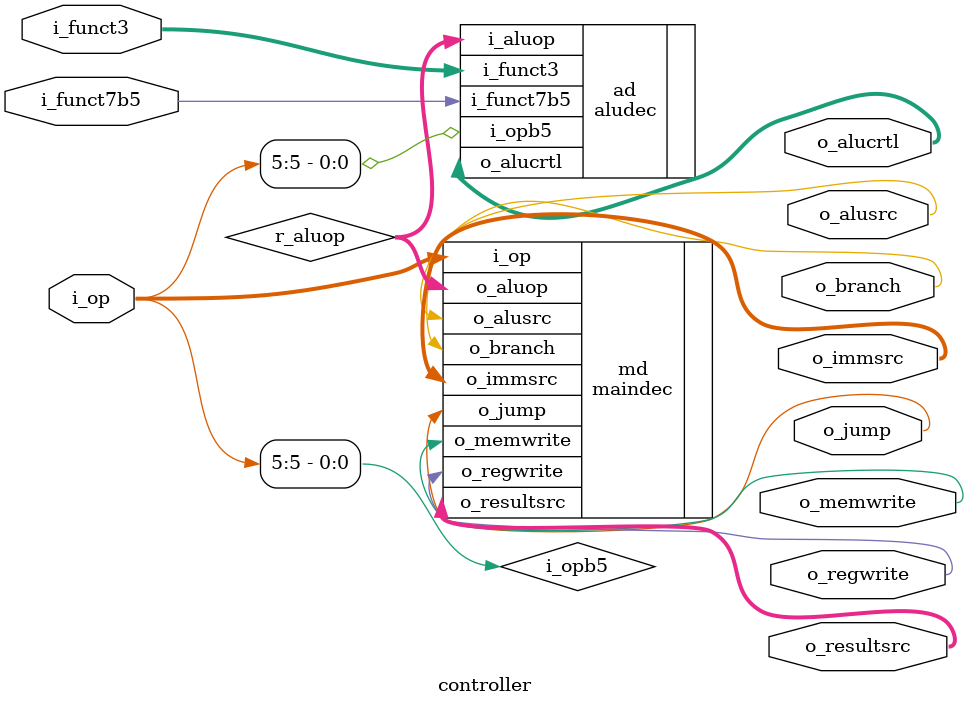
<source format=sv>
/**
  PBL3 - RISC-V Single Cycle Processor
  Controller Module
 
  File name: controller.sv
 
  Objective:
     Implements the main control unit and ALU control logic for a RISC-V processor.
     Generates all control signals based on the instruction opcode and funct fields.
 
  Description:
     - Decodes RISC-V instructions to produce control signals
     - Uses a main decoder for primary control signals
     - Uses an ALU decoder for ALU operation control
     - Combines branch and zero conditions for PC source control
 
  Functional Diagram:
 
                   +----------------------------+
                   |        CONTROLLER          |
                   |                            |
  i_op[6:0]    --->|  +----------+ +---------+  |
  i_funct3[2:0]--->|  |  maindec | |  Aludec |  |---> o_alucrtl[2:0]
  i_funct7b5   --->|  +----------+ +---------+  |---> o_resultsrc[1:0]
  i_zero       --->|                            |---> o_immsrc[1:0]
                   |                            |---> o_memwrite
                   |                            |---> o_pcsrc
                   |                            |---> o_alusrc
                   |                            |---> o_regwrite
                   |                            |---> o_jump
                   +----------------------------+

    Inputs:
        input logic [6:0] i_op,             - 7-bit opcode field from instruction
        input logic [2:0] i_funct3,         - 3-bit funct3 field from instruction
        input logic       i_funct7b5,       - funct7 bit 5 (for R-type instructions)
        input logic       i_zero,           - Zero flag from ALU (for branch instructions)
    
    Outputs:
        output logic [2:0] o_alucrtl,       - 3-bit ALU control signal
        output logic [1:0] o_resultsrc,     - Result multiplexer select (for writeback)
        output logic [1:0] o_immsrc,        - Immediate format select
        output logic       o_memwrite,      - Data memory write enable
        output logic       o_pcsrc,         - PC source select (branch/jump)
        output logic       o_alusrc,        - ALU source select (reg/immediate)
        output logic       o_regwrite,      - Register file write enable
        output logic       o_jump           - Jump instruction flag
 */

//----------------------------------------------------------------------------- 
//  Controller Module
//-----------------------------------------------------------------------------
`timescale 1ns / 1ps  // Set simulation time unit to 1ns, precision to 1ps
module controller(
    // Inputs
    input logic [6:0] i_op,             // 7-bit opcode field from instruction
    input logic [2:0] i_funct3,         // 3-bit funct3 field from instruction
    input logic       i_funct7b5,       // funct7 bit 5 (for R-type instructions)
//  input logic       i_zero,           // Zero flag from ALU (for branch instructions)
    
    // Outputs
    output logic [2:0] o_alucrtl,       // 3-bit ALU control signal
    output logic [1:0] o_resultsrc,     // Result multiplexer select (for writeback)
    output logic [1:0] o_immsrc,        // Immediate format select
    output logic       o_memwrite,      // Data memory write enable
    //output logic       o_pcsrc,         // PC source select (branch/jump)
    output logic       o_alusrc,        // ALU source select (reg/immediate)
    output logic       o_regwrite,      // Register file write enable
    output logic       o_jump,          // Jump instruction flag
    output logic       o_branch      
);
    
    // Local signals/variables
    logic [1:0] r_aluop;                // ALU operation type from main decoder
    logic       i_opb5;                 // Opcode bit 5 (used for ALU decoding)

    // Main decoder instance
    maindec md (
        .i_op           (i_op),         // Instruction opcode
        .o_resultsrc    (o_resultsrc),  // Result source
        .o_memwrite     (o_memwrite),   // Memory write enable
        .o_branch       (o_branch),     // Branch instruction
        .o_alusrc       (o_alusrc),     // ALU source select
        .o_regwrite     (o_regwrite),   // Register write enable
        .o_jump         (o_jump),       // Jump instruction
        .o_immsrc       (o_immsrc),     // Immediate format
        .o_aluop        (r_aluop)       // ALU operation type
    );

    // ALU decoder instance
    aludec ad(
        .i_opb5     (i_opb5),           // Opcode bit 5
        .i_funct3   (i_funct3),         // funct3 field
        .i_funct7b5 (i_funct7b5),       // funct7 bit 5
        .i_aluop    (r_aluop),          // ALU operation type
        .o_alucrtl  (o_alucrtl)         // ALU control output
    );

    // Extract opcode bit 5
    assign i_opb5 = i_op[5];

    // PC source logic: branch & zero (for beq) OR jump (for jal)
    // assign o_pcsrc = l_branch & i_zero | o_jump; somente no EXECUTE

endmodule
</source>
